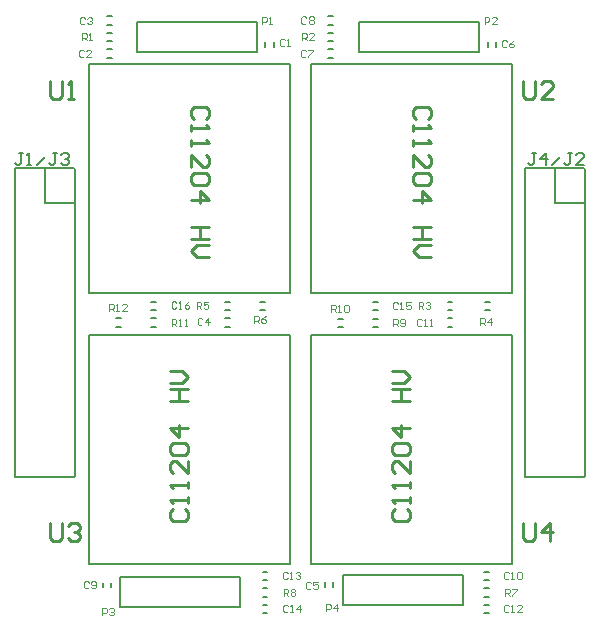
<source format=gto>
%FSAX43Y43*%
%MOMM*%
G71*
G01*
G75*
G04 Layer_Color=65535*
%ADD10R,0.700X0.900*%
%ADD11R,0.900X0.700*%
%ADD12C,0.254*%
%ADD13C,0.500*%
%ADD14C,1.500*%
%ADD15R,1.500X1.500*%
%ADD16R,0.765X0.765*%
%ADD17C,0.765*%
%ADD18C,1.650*%
%ADD19R,1.650X1.650*%
%ADD20C,1.000*%
%ADD21R,1.400X1.100*%
%ADD22R,1.100X1.400*%
%ADD23R,0.700X2.500*%
%ADD24R,3.200X2.500*%
%ADD25O,2.000X0.350*%
%ADD26C,0.200*%
%ADD27C,0.203*%
%ADD28C,0.100*%
%ADD29C,0.178*%
D12*
X0098913Y0045529D02*
Y0044259D01*
X0099167Y0044005D01*
X0099675D01*
X0099929Y0044259D01*
Y0045529D01*
X0101198Y0044005D02*
Y0045529D01*
X0100437Y0044767D01*
X0101452D01*
X0058863Y0082904D02*
Y0081634D01*
X0059117Y0081380D01*
X0059625D01*
X0059879Y0081634D01*
Y0082904D01*
X0060387Y0081380D02*
X0060894D01*
X0060640D01*
Y0082904D01*
X0060387Y0082650D01*
X0098913Y0082904D02*
Y0081634D01*
X0099167Y0081380D01*
X0099675D01*
X0099929Y0081634D01*
Y0082904D01*
X0101452Y0081380D02*
X0100437D01*
X0101452Y0082396D01*
Y0082650D01*
X0101198Y0082904D01*
X0100690D01*
X0100437Y0082650D01*
X0058863Y0045529D02*
Y0044259D01*
X0059117Y0044005D01*
X0059625D01*
X0059879Y0044259D01*
Y0045529D01*
X0060387Y0045275D02*
X0060640Y0045529D01*
X0061148D01*
X0061402Y0045275D01*
Y0045021D01*
X0061148Y0044767D01*
X0060894D01*
X0061148D01*
X0061402Y0044513D01*
Y0044259D01*
X0061148Y0044005D01*
X0060640D01*
X0060387Y0044259D01*
X0088001Y0046696D02*
X0087747Y0046442D01*
Y0045934D01*
X0088001Y0045680D01*
X0089017D01*
X0089271Y0045934D01*
Y0046442D01*
X0089017Y0046696D01*
X0089271Y0047203D02*
Y0047711D01*
Y0047457D01*
X0087747D01*
X0088001Y0047203D01*
X0089271Y0048473D02*
Y0048981D01*
Y0048727D01*
X0087747D01*
X0088001Y0048473D01*
X0089271Y0050758D02*
Y0049743D01*
X0088255Y0050758D01*
X0088001D01*
X0087747Y0050504D01*
Y0049997D01*
X0088001Y0049743D01*
Y0051266D02*
X0087747Y0051520D01*
Y0052028D01*
X0088001Y0052282D01*
X0089017D01*
X0089271Y0052028D01*
Y0051520D01*
X0089017Y0051266D01*
X0088001D01*
X0089271Y0053551D02*
X0087747D01*
X0088509Y0052790D01*
Y0053805D01*
X0087747Y0055837D02*
X0089271D01*
X0088509D01*
Y0056852D01*
X0087747D01*
X0089271D01*
X0087747Y0057360D02*
X0088763D01*
X0089271Y0057868D01*
X0088763Y0058376D01*
X0087747D01*
X0072025Y0079664D02*
X0072279Y0079918D01*
Y0080426D01*
X0072025Y0080680D01*
X0071009D01*
X0070756Y0080426D01*
Y0079918D01*
X0071009Y0079664D01*
X0070756Y0079156D02*
Y0078649D01*
Y0078903D01*
X0072279D01*
X0072025Y0079156D01*
X0070756Y0077887D02*
Y0077379D01*
Y0077633D01*
X0072279D01*
X0072025Y0077887D01*
X0070756Y0075602D02*
Y0076617D01*
X0071771Y0075602D01*
X0072025D01*
X0072279Y0075856D01*
Y0076363D01*
X0072025Y0076617D01*
Y0075094D02*
X0072279Y0074840D01*
Y0074332D01*
X0072025Y0074078D01*
X0071009D01*
X0070756Y0074332D01*
Y0074840D01*
X0071009Y0075094D01*
X0072025D01*
X0070756Y0072809D02*
X0072279D01*
X0071517Y0073570D01*
Y0072555D01*
X0072279Y0070523D02*
X0070756D01*
X0071517D01*
Y0069508D01*
X0072279D01*
X0070756D01*
X0072279Y0069000D02*
X0071263D01*
X0070756Y0068492D01*
X0071263Y0067984D01*
X0072279D01*
X0090815Y0079664D02*
X0091069Y0079918D01*
Y0080426D01*
X0090815Y0080680D01*
X0089799D01*
X0089546Y0080426D01*
Y0079918D01*
X0089799Y0079664D01*
X0089546Y0079156D02*
Y0078649D01*
Y0078903D01*
X0091069D01*
X0090815Y0079156D01*
X0089546Y0077887D02*
Y0077379D01*
Y0077633D01*
X0091069D01*
X0090815Y0077887D01*
X0089546Y0075602D02*
Y0076617D01*
X0090561Y0075602D01*
X0090815D01*
X0091069Y0075856D01*
Y0076363D01*
X0090815Y0076617D01*
Y0075094D02*
X0091069Y0074840D01*
Y0074332D01*
X0090815Y0074078D01*
X0089799D01*
X0089546Y0074332D01*
Y0074840D01*
X0089799Y0075094D01*
X0090815D01*
X0089546Y0072809D02*
X0091069D01*
X0090307Y0073570D01*
Y0072555D01*
X0091069Y0070523D02*
X0089546D01*
X0090307D01*
Y0069508D01*
X0091069D01*
X0089546D01*
X0091069Y0069000D02*
X0090053D01*
X0089546Y0068492D01*
X0090053Y0067984D01*
X0091069D01*
X0069211Y0046696D02*
X0068957Y0046442D01*
Y0045934D01*
X0069211Y0045680D01*
X0070227D01*
X0070480Y0045934D01*
Y0046442D01*
X0070227Y0046696D01*
X0070480Y0047203D02*
Y0047711D01*
Y0047457D01*
X0068957D01*
X0069211Y0047203D01*
X0070480Y0048473D02*
Y0048981D01*
Y0048727D01*
X0068957D01*
X0069211Y0048473D01*
X0070480Y0050758D02*
Y0049743D01*
X0069465Y0050758D01*
X0069211D01*
X0068957Y0050504D01*
Y0049997D01*
X0069211Y0049743D01*
Y0051266D02*
X0068957Y0051520D01*
Y0052028D01*
X0069211Y0052282D01*
X0070227D01*
X0070480Y0052028D01*
Y0051520D01*
X0070227Y0051266D01*
X0069211D01*
X0070480Y0053551D02*
X0068957D01*
X0069719Y0052790D01*
Y0053805D01*
X0068957Y0055837D02*
X0070480D01*
X0069719D01*
Y0056852D01*
X0068957D01*
X0070480D01*
X0068957Y0057360D02*
X0069973D01*
X0070480Y0057868D01*
X0069973Y0058376D01*
X0068957D01*
D26*
X0063644Y0086980D02*
X0064044D01*
X0063644Y0086280D02*
X0064044D01*
X0084968Y0085385D02*
Y0087925D01*
X0095128D01*
X0084968Y0085385D02*
X0095128D01*
Y0087925D01*
X0066168Y0085385D02*
Y0087925D01*
X0076328D01*
X0066168Y0085385D02*
X0076328D01*
Y0087925D01*
X0063644Y0088380D02*
X0064044D01*
X0063644Y0087680D02*
X0064044D01*
X0063669Y0084905D02*
X0064069D01*
X0063669Y0085605D02*
X0064069D01*
X0073659Y0064230D02*
X0074059D01*
X0073659Y0063530D02*
X0074059D01*
X0092488Y0064230D02*
X0092888D01*
X0092488Y0063530D02*
X0092888D01*
X0095586Y0039967D02*
X0095986D01*
X0095586Y0039268D02*
X0095986D01*
X0074930Y0038354D02*
Y0040894D01*
X0064770Y0038354D02*
X0074930D01*
X0064770Y0040894D02*
X0074930D01*
X0064770Y0038354D02*
Y0040894D01*
X0080908Y0042005D02*
Y0061417D01*
X0080921Y0061430D02*
X0097908D01*
Y0042005D02*
Y0061430D01*
X0080908Y0042005D02*
X0097908D01*
X0079118Y0064942D02*
Y0084355D01*
X0062118Y0064930D02*
X0079105D01*
X0062118D02*
Y0084355D01*
X0079118D01*
X0077763Y0085780D02*
Y0086180D01*
X0077063Y0085780D02*
Y0086180D01*
X0082073Y0040059D02*
Y0040459D01*
X0082773Y0040059D02*
Y0040459D01*
X0063288Y0040055D02*
Y0040455D01*
X0063988Y0040055D02*
Y0040455D01*
X0095561Y0041355D02*
X0095961D01*
X0095561Y0040655D02*
X0095961D01*
X0073659Y0062830D02*
X0074059D01*
X0073659Y0062130D02*
X0074059D01*
X0095586Y0037880D02*
X0095986D01*
X0095586Y0038580D02*
X0095986D01*
X0076838Y0039967D02*
X0077238D01*
X0076838Y0039268D02*
X0077238D01*
X0082407Y0084905D02*
X0082807D01*
X0082407Y0085605D02*
X0082807D01*
X0082407Y0088380D02*
X0082807D01*
X0082407Y0087680D02*
X0082807D01*
X0093833Y0038560D02*
Y0041100D01*
X0083673Y0038560D02*
X0093833D01*
X0083673Y0041100D02*
X0093833D01*
X0083673Y0038560D02*
Y0041100D01*
X0076634Y0063530D02*
X0077034D01*
X0076634Y0064230D02*
X0077034D01*
X0096588Y0085780D02*
Y0086180D01*
X0095888Y0085780D02*
Y0086180D01*
X0092488Y0062830D02*
X0092888D01*
X0092488Y0062130D02*
X0092888D01*
X0076838Y0041355D02*
X0077238D01*
X0076838Y0040655D02*
X0077238D01*
X0076838Y0037880D02*
X0077238D01*
X0076838Y0038580D02*
X0077238D01*
X0086213Y0063505D02*
X0086613D01*
X0086213Y0064205D02*
X0086613D01*
X0067413Y0063530D02*
X0067813D01*
X0067413Y0064230D02*
X0067813D01*
X0082407Y0086280D02*
X0082807D01*
X0082407Y0086980D02*
X0082807D01*
X0086163Y0062105D02*
X0086563D01*
X0086163Y0062805D02*
X0086563D01*
X0083213D02*
X0083613D01*
X0083213Y0062105D02*
X0083613D01*
X0067413Y0062130D02*
X0067813D01*
X0067413Y0062830D02*
X0067813D01*
X0064438D02*
X0064838D01*
X0064438Y0062130D02*
X0064838D01*
X0097908Y0064942D02*
Y0084355D01*
X0080908Y0064930D02*
X0097896D01*
X0080908D02*
Y0084355D01*
X0097908D01*
X0062118Y0042005D02*
X0079118D01*
Y0061430D01*
X0062131D02*
X0079118D01*
X0062118Y0042005D02*
Y0061417D01*
X0095663Y0063530D02*
X0096063D01*
X0095663Y0064230D02*
X0096063D01*
D27*
X0058448Y0072623D02*
Y0075544D01*
Y0072623D02*
X0060861D01*
X0060912Y0049433D02*
Y0075494D01*
X0055908Y0075544D02*
X0060861D01*
X0055908Y0049382D02*
Y0075544D01*
Y0049382D02*
X0060886D01*
X0101628Y0072623D02*
Y0075544D01*
Y0072623D02*
X0104041D01*
X0104092Y0049433D02*
Y0075494D01*
X0099088Y0075544D02*
X0104041D01*
X0099088Y0049382D02*
Y0075544D01*
Y0049382D02*
X0104066D01*
D28*
X0061544Y0086355D02*
Y0086955D01*
X0061844D01*
X0061944Y0086855D01*
Y0086655D01*
X0061844Y0086555D01*
X0061544D01*
X0061744D02*
X0061944Y0086355D01*
X0062144D02*
X0062344D01*
X0062244D01*
Y0086955D01*
X0062144Y0086855D01*
X0095638Y0087755D02*
Y0088355D01*
X0095938D01*
X0096038Y0088255D01*
Y0088055D01*
X0095938Y0087955D01*
X0095638D01*
X0096638Y0087755D02*
X0096238D01*
X0096638Y0088155D01*
Y0088255D01*
X0096538Y0088355D01*
X0096338D01*
X0096238Y0088255D01*
X0076788Y0087755D02*
Y0088355D01*
X0077088D01*
X0077188Y0088255D01*
Y0088055D01*
X0077088Y0087955D01*
X0076788D01*
X0077388Y0087755D02*
X0077588D01*
X0077488D01*
Y0088355D01*
X0077388Y0088255D01*
X0061794Y0088205D02*
X0061694Y0088305D01*
X0061494D01*
X0061394Y0088205D01*
Y0087805D01*
X0061494Y0087705D01*
X0061694D01*
X0061794Y0087805D01*
X0061994Y0088205D02*
X0062094Y0088305D01*
X0062294D01*
X0062394Y0088205D01*
Y0088105D01*
X0062294Y0088005D01*
X0062194D01*
X0062294D01*
X0062394Y0087905D01*
Y0087805D01*
X0062294Y0087705D01*
X0062094D01*
X0061994Y0087805D01*
X0061719Y0085455D02*
X0061619Y0085555D01*
X0061419D01*
X0061319Y0085455D01*
Y0085055D01*
X0061419Y0084955D01*
X0061619D01*
X0061719Y0085055D01*
X0062319Y0084955D02*
X0061919D01*
X0062319Y0085355D01*
Y0085455D01*
X0062219Y0085555D01*
X0062019D01*
X0061919Y0085455D01*
X0071247Y0063627D02*
Y0064227D01*
X0071547D01*
X0071647Y0064127D01*
Y0063927D01*
X0071547Y0063827D01*
X0071247D01*
X0071447D02*
X0071647Y0063627D01*
X0072247Y0064227D02*
X0071847D01*
Y0063927D01*
X0072047Y0064027D01*
X0072147D01*
X0072247Y0063927D01*
Y0063727D01*
X0072147Y0063627D01*
X0071947D01*
X0071847Y0063727D01*
X0090043Y0063627D02*
Y0064227D01*
X0090343D01*
X0090443Y0064127D01*
Y0063927D01*
X0090343Y0063827D01*
X0090043D01*
X0090243D02*
X0090443Y0063627D01*
X0090643Y0064127D02*
X0090743Y0064227D01*
X0090943D01*
X0091043Y0064127D01*
Y0064027D01*
X0090943Y0063927D01*
X0090843D01*
X0090943D01*
X0091043Y0063827D01*
Y0063727D01*
X0090943Y0063627D01*
X0090743D01*
X0090643Y0063727D01*
X0097361Y0039330D02*
Y0039930D01*
X0097661D01*
X0097761Y0039830D01*
Y0039630D01*
X0097661Y0039530D01*
X0097361D01*
X0097561D02*
X0097761Y0039330D01*
X0097961Y0039930D02*
X0098361D01*
Y0039830D01*
X0097961Y0039430D01*
Y0039330D01*
X0063235Y0037674D02*
Y0038274D01*
X0063535D01*
X0063635Y0038174D01*
Y0037974D01*
X0063535Y0037874D01*
X0063235D01*
X0063835Y0038174D02*
X0063935Y0038274D01*
X0064135D01*
X0064235Y0038174D01*
Y0038074D01*
X0064135Y0037974D01*
X0064035D01*
X0064135D01*
X0064235Y0037874D01*
Y0037774D01*
X0064135Y0037674D01*
X0063935D01*
X0063835Y0037774D01*
X0078713Y0086380D02*
X0078613Y0086480D01*
X0078413D01*
X0078313Y0086380D01*
Y0085980D01*
X0078413Y0085880D01*
X0078613D01*
X0078713Y0085980D01*
X0078913Y0085880D02*
X0079113D01*
X0079013D01*
Y0086480D01*
X0078913Y0086380D01*
X0080923Y0040409D02*
X0080823Y0040509D01*
X0080623D01*
X0080523Y0040409D01*
Y0040009D01*
X0080623Y0039909D01*
X0080823D01*
X0080923Y0040009D01*
X0081523Y0040509D02*
X0081123D01*
Y0040209D01*
X0081323Y0040309D01*
X0081423D01*
X0081523Y0040209D01*
Y0040009D01*
X0081423Y0039909D01*
X0081223D01*
X0081123Y0040009D01*
X0062113Y0040455D02*
X0062013Y0040555D01*
X0061813D01*
X0061713Y0040455D01*
Y0040055D01*
X0061813Y0039955D01*
X0062013D01*
X0062113Y0040055D01*
X0062313D02*
X0062413Y0039955D01*
X0062613D01*
X0062713Y0040055D01*
Y0040455D01*
X0062613Y0040555D01*
X0062413D01*
X0062313Y0040455D01*
Y0040355D01*
X0062413Y0040255D01*
X0062713D01*
X0097686Y0041255D02*
X0097586Y0041355D01*
X0097386D01*
X0097286Y0041255D01*
Y0040855D01*
X0097386Y0040755D01*
X0097586D01*
X0097686Y0040855D01*
X0097886Y0040755D02*
X0098086D01*
X0097986D01*
Y0041355D01*
X0097886Y0041255D01*
X0098386D02*
X0098486Y0041355D01*
X0098686D01*
X0098786Y0041255D01*
Y0040855D01*
X0098686Y0040755D01*
X0098486D01*
X0098386Y0040855D01*
Y0041255D01*
X0071734Y0062755D02*
X0071634Y0062855D01*
X0071434D01*
X0071334Y0062755D01*
Y0062355D01*
X0071434Y0062255D01*
X0071634D01*
X0071734Y0062355D01*
X0072234Y0062255D02*
Y0062855D01*
X0071934Y0062555D01*
X0072334D01*
X0097686Y0038480D02*
X0097586Y0038580D01*
X0097386D01*
X0097286Y0038480D01*
Y0038080D01*
X0097386Y0037980D01*
X0097586D01*
X0097686Y0038080D01*
X0097886Y0037980D02*
X0098086D01*
X0097986D01*
Y0038580D01*
X0097886Y0038480D01*
X0098786Y0037980D02*
X0098386D01*
X0098786Y0038380D01*
Y0038480D01*
X0098686Y0038580D01*
X0098486D01*
X0098386Y0038480D01*
X0078613Y0039342D02*
Y0039942D01*
X0078913D01*
X0079013Y0039842D01*
Y0039642D01*
X0078913Y0039542D01*
X0078613D01*
X0078813D02*
X0079013Y0039342D01*
X0079213Y0039842D02*
X0079313Y0039942D01*
X0079513D01*
X0079613Y0039842D01*
Y0039742D01*
X0079513Y0039642D01*
X0079613Y0039542D01*
Y0039442D01*
X0079513Y0039342D01*
X0079313D01*
X0079213Y0039442D01*
Y0039542D01*
X0079313Y0039642D01*
X0079213Y0039742D01*
Y0039842D01*
X0079313Y0039642D02*
X0079513D01*
X0080507Y0085455D02*
X0080407Y0085555D01*
X0080207D01*
X0080107Y0085455D01*
Y0085055D01*
X0080207Y0084955D01*
X0080407D01*
X0080507Y0085055D01*
X0080707Y0085555D02*
X0081107D01*
Y0085455D01*
X0080707Y0085055D01*
Y0084955D01*
X0080534Y0088288D02*
X0080427Y0088395D01*
X0080214D01*
X0080107Y0088288D01*
Y0087862D01*
X0080214Y0087755D01*
X0080427D01*
X0080534Y0087862D01*
X0080747Y0088288D02*
X0080853Y0088395D01*
X0081067D01*
X0081173Y0088288D01*
Y0088182D01*
X0081067Y0088075D01*
X0081173Y0087968D01*
Y0087862D01*
X0081067Y0087755D01*
X0080853D01*
X0080747Y0087862D01*
Y0087968D01*
X0080853Y0088075D01*
X0080747Y0088182D01*
Y0088288D01*
X0080853Y0088075D02*
X0081067D01*
X0082213Y0038005D02*
Y0038605D01*
X0082513D01*
X0082613Y0038505D01*
Y0038305D01*
X0082513Y0038205D01*
X0082213D01*
X0083113Y0038005D02*
Y0038605D01*
X0082813Y0038305D01*
X0083213D01*
X0076134Y0062430D02*
Y0063030D01*
X0076434D01*
X0076534Y0062930D01*
Y0062730D01*
X0076434Y0062630D01*
X0076134D01*
X0076334D02*
X0076534Y0062430D01*
X0077134Y0063030D02*
X0076934Y0062930D01*
X0076734Y0062730D01*
Y0062530D01*
X0076834Y0062430D01*
X0077034D01*
X0077134Y0062530D01*
Y0062630D01*
X0077034Y0062730D01*
X0076734D01*
X0097513Y0086255D02*
X0097413Y0086355D01*
X0097213D01*
X0097113Y0086255D01*
Y0085855D01*
X0097213Y0085755D01*
X0097413D01*
X0097513Y0085855D01*
X0098113Y0086355D02*
X0097913Y0086255D01*
X0097713Y0086055D01*
Y0085855D01*
X0097813Y0085755D01*
X0098013D01*
X0098113Y0085855D01*
Y0085955D01*
X0098013Y0086055D01*
X0097713D01*
X0090313Y0062680D02*
X0090213Y0062780D01*
X0090013D01*
X0089913Y0062680D01*
Y0062280D01*
X0090013Y0062180D01*
X0090213D01*
X0090313Y0062280D01*
X0090513Y0062180D02*
X0090713D01*
X0090613D01*
Y0062780D01*
X0090513Y0062680D01*
X0091013Y0062180D02*
X0091213D01*
X0091113D01*
Y0062780D01*
X0091013Y0062680D01*
X0078938Y0041255D02*
X0078838Y0041355D01*
X0078638D01*
X0078538Y0041255D01*
Y0040855D01*
X0078638Y0040755D01*
X0078838D01*
X0078938Y0040855D01*
X0079138Y0040755D02*
X0079338D01*
X0079238D01*
Y0041355D01*
X0079138Y0041255D01*
X0079638D02*
X0079738Y0041355D01*
X0079938D01*
X0080038Y0041255D01*
Y0041155D01*
X0079938Y0041055D01*
X0079838D01*
X0079938D01*
X0080038Y0040955D01*
Y0040855D01*
X0079938Y0040755D01*
X0079738D01*
X0079638Y0040855D01*
X0078988Y0038455D02*
X0078888Y0038555D01*
X0078688D01*
X0078588Y0038455D01*
Y0038055D01*
X0078688Y0037955D01*
X0078888D01*
X0078988Y0038055D01*
X0079188Y0037955D02*
X0079388D01*
X0079288D01*
Y0038555D01*
X0079188Y0038455D01*
X0079988Y0037955D02*
Y0038555D01*
X0079688Y0038255D01*
X0080088D01*
X0088288Y0064080D02*
X0088188Y0064180D01*
X0087988D01*
X0087888Y0064080D01*
Y0063680D01*
X0087988Y0063580D01*
X0088188D01*
X0088288Y0063680D01*
X0088488Y0063580D02*
X0088688D01*
X0088588D01*
Y0064180D01*
X0088488Y0064080D01*
X0089388Y0064180D02*
X0088988D01*
Y0063880D01*
X0089188Y0063980D01*
X0089288D01*
X0089388Y0063880D01*
Y0063680D01*
X0089288Y0063580D01*
X0089088D01*
X0088988Y0063680D01*
X0069538Y0064155D02*
X0069438Y0064255D01*
X0069238D01*
X0069138Y0064155D01*
Y0063755D01*
X0069238Y0063655D01*
X0069438D01*
X0069538Y0063755D01*
X0069738Y0063655D02*
X0069938D01*
X0069838D01*
Y0064255D01*
X0069738Y0064155D01*
X0070638Y0064255D02*
X0070438Y0064155D01*
X0070238Y0063955D01*
Y0063755D01*
X0070338Y0063655D01*
X0070538D01*
X0070638Y0063755D01*
Y0063855D01*
X0070538Y0063955D01*
X0070238D01*
X0080157Y0086380D02*
Y0086980D01*
X0080457D01*
X0080557Y0086880D01*
Y0086680D01*
X0080457Y0086580D01*
X0080157D01*
X0080357D02*
X0080557Y0086380D01*
X0081157D02*
X0080757D01*
X0081157Y0086780D01*
Y0086880D01*
X0081057Y0086980D01*
X0080857D01*
X0080757Y0086880D01*
X0087888Y0062155D02*
Y0062755D01*
X0088188D01*
X0088288Y0062655D01*
Y0062455D01*
X0088188Y0062355D01*
X0087888D01*
X0088088D02*
X0088288Y0062155D01*
X0088488Y0062255D02*
X0088588Y0062155D01*
X0088788D01*
X0088888Y0062255D01*
Y0062655D01*
X0088788Y0062755D01*
X0088588D01*
X0088488Y0062655D01*
Y0062555D01*
X0088588Y0062455D01*
X0088888D01*
X0082638Y0063380D02*
Y0063980D01*
X0082938D01*
X0083038Y0063880D01*
Y0063680D01*
X0082938Y0063580D01*
X0082638D01*
X0082838D02*
X0083038Y0063380D01*
X0083238D02*
X0083438D01*
X0083338D01*
Y0063980D01*
X0083238Y0063880D01*
X0083738D02*
X0083838Y0063980D01*
X0084038D01*
X0084138Y0063880D01*
Y0063480D01*
X0084038Y0063380D01*
X0083838D01*
X0083738Y0063480D01*
Y0063880D01*
X0069138Y0062155D02*
Y0062755D01*
X0069438D01*
X0069538Y0062655D01*
Y0062455D01*
X0069438Y0062355D01*
X0069138D01*
X0069338D02*
X0069538Y0062155D01*
X0069738D02*
X0069938D01*
X0069838D01*
Y0062755D01*
X0069738Y0062655D01*
X0070238Y0062155D02*
X0070438D01*
X0070338D01*
Y0062755D01*
X0070238Y0062655D01*
X0063838Y0063455D02*
Y0064055D01*
X0064138D01*
X0064238Y0063955D01*
Y0063755D01*
X0064138Y0063655D01*
X0063838D01*
X0064038D02*
X0064238Y0063455D01*
X0064438D02*
X0064638D01*
X0064538D01*
Y0064055D01*
X0064438Y0063955D01*
X0065338Y0063455D02*
X0064938D01*
X0065338Y0063855D01*
Y0063955D01*
X0065238Y0064055D01*
X0065038D01*
X0064938Y0063955D01*
X0095250Y0062230D02*
Y0062830D01*
X0095550D01*
X0095650Y0062730D01*
Y0062530D01*
X0095550Y0062430D01*
X0095250D01*
X0095450D02*
X0095650Y0062230D01*
X0096150D02*
Y0062830D01*
X0095850Y0062530D01*
X0096250D01*
D29*
X0056585Y0076819D02*
X0056247D01*
X0056416D01*
Y0075972D01*
X0056247Y0075803D01*
X0056077D01*
X0055908Y0075972D01*
X0056924Y0075803D02*
X0057262D01*
X0057093D01*
Y0076819D01*
X0056924Y0076649D01*
X0057770Y0075803D02*
X0058447Y0076480D01*
X0059463Y0076819D02*
X0059124D01*
X0059294D01*
Y0075972D01*
X0059124Y0075803D01*
X0058955D01*
X0058786Y0075972D01*
X0059801Y0076649D02*
X0059971Y0076819D01*
X0060309D01*
X0060479Y0076649D01*
Y0076480D01*
X0060309Y0076311D01*
X0060140D01*
X0060309D01*
X0060479Y0076142D01*
Y0075972D01*
X0060309Y0075803D01*
X0059971D01*
X0059801Y0075972D01*
X0100019Y0076819D02*
X0099681D01*
X0099850D01*
Y0075972D01*
X0099681Y0075803D01*
X0099511D01*
X0099342Y0075972D01*
X0100866Y0075803D02*
Y0076819D01*
X0100358Y0076311D01*
X0101035D01*
X0101373Y0075803D02*
X0102050Y0076480D01*
X0103066Y0076819D02*
X0102728D01*
X0102897D01*
Y0075972D01*
X0102728Y0075803D01*
X0102558D01*
X0102389Y0075972D01*
X0104082Y0075803D02*
X0103405D01*
X0104082Y0076480D01*
Y0076649D01*
X0103913Y0076819D01*
X0103574D01*
X0103405Y0076649D01*
M02*

</source>
